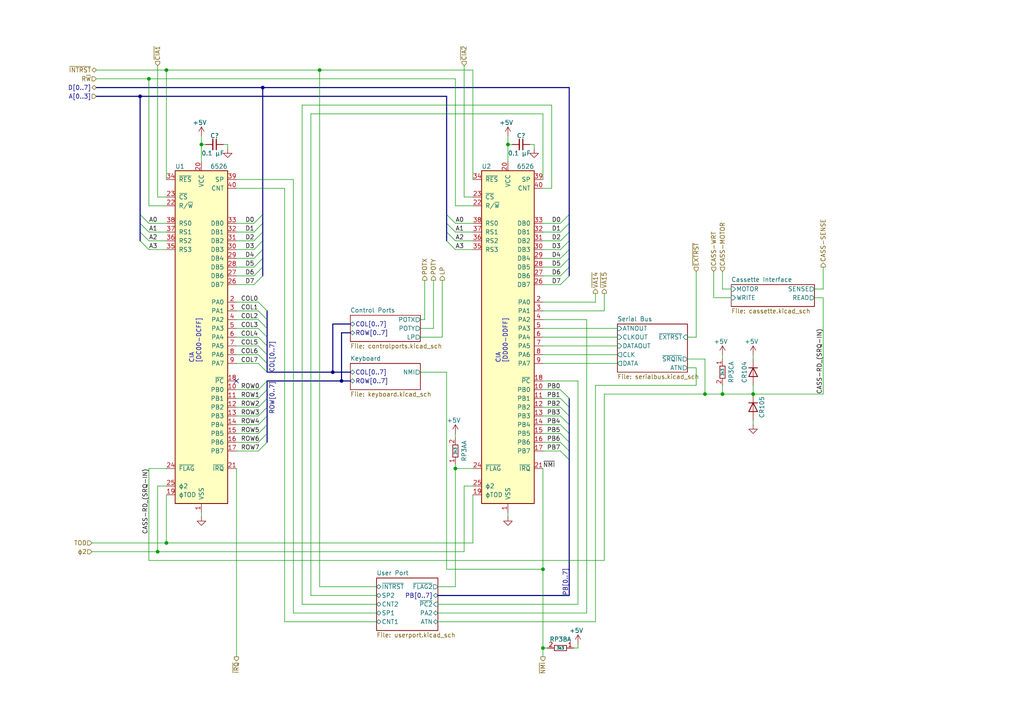
<source format=kicad_sch>
(kicad_sch (version 20231120) (generator "eeschema") (generator_version "8.0")
  (paper "A4")
  (title_block (title "Commodore 64 - I/O Section (schematic #251469)") (date "2019-08-11") (rev "0.2") (company "Commodore Business Machines, Inc.") (comment 1 "Based on C64/C64C Service Manual (1992-03) pp. 31-32 [PN-314001-03]") (comment 4 "KiCad schematic capture by Cumbayah! <cumbayah@subetha.dk>"))
  (lib_symbols
    (symbol "C64B-rescue:+5V-power" (power) (pin_names (offset 0))
      (property "Value" "power_+5V" (at 0 3.556 0))
      (symbol "+5V-power_0_1"
        (polyline (pts (xy -0.762 1.27) (xy 0 2.54)))
        (polyline (pts (xy 0 0) (xy 0 2.54)))
        (polyline (pts (xy 0 2.54) (xy 0.762 1.27)))
      )
      (symbol "+5V-power_1_1"
        (pin power_in line (at 0 0 90) (length 0) hide (name "+5V") (number "1"))
      )
    )
    (symbol "C64B-rescue:GND-power" (power) (pin_names (offset 0))
      (property "Value" "power_GND" (at 0 -3.81 0))
      (symbol "GND-power_0_1"
        (polyline (pts (xy 0 0) (xy 0 -1.27) (xy 1.27 -1.27) (xy 0 -2.54) (xy -1.27 -1.27) (xy 0 -1.27)))
      )
      (symbol "GND-power_1_1"
        (pin power_in line (at 0 0 270) (length 0) hide (name "GND") (number "1"))
      )
    )
    (symbol "Device:C_Small" (pin_numbers hide) (pin_names (offset 0.254) hide)
      (property "Reference" "C" (at 0.254 1.778 0))
      (property "Value" "C_Small" (at 0.254 -2.032 0))
      (symbol "C_Small_0_1"
        (polyline (pts (xy -1.524 -0.508) (xy 1.524 -0.508)) (stroke (width 0.3302)))
        (polyline (pts (xy -1.524 0.508) (xy 1.524 0.508)) (stroke (width 0.3048)))
      )
      (symbol "C_Small_1_1"
        (pin passive line (at 0 2.54 270) (length 2.032) (name "~") (number "1"))
        (pin passive line (at 0 -2.54 90) (length 2.032) (name "~") (number "2"))
      )
    )
    (symbol "Device:D" (pin_numbers hide) (pin_names (offset 1.016) hide)
      (property "Reference" "D" (at 0 2.54 0))
      (property "Value" "D" (at 0 -2.54 0))
      (symbol "D_0_1"
        (polyline (pts (xy -1.27 1.27) (xy -1.27 -1.27)) (stroke (width 0.254)))
        (polyline (pts (xy 1.27 0) (xy -1.27 0)))
        (polyline (pts (xy 1.27 1.27) (xy 1.27 -1.27) (xy -1.27 0) (xy 1.27 1.27)) (stroke (width 0.254)))
      )
      (symbol "D_1_1"
        (pin passive line (at -3.81 0 0) (length 2.54) (name "K") (number "1"))
        (pin passive line (at 3.81 0 180) (length 2.54) (name "A") (number "2"))
      )
    )
    (symbol "Interface_Expansion_MOSTechnology:6526" (pin_names (offset 1.016))
      (property "Reference" "U" (at -7.62 49.53 0))
      (property "Value" "6526" (at 7.62 49.53 0))
      (symbol "6526_0_1"
        (rectangle (start -7.62 48.26) (end 7.62 -48.26) (stroke (width 0.254)) (fill (type background)))
      )
      (symbol "6526_1_1"
        (pin power_in line (at 0 -50.8 90) (length 2.54) (name "VSS") (number "1"))
        (pin bidirectional line (at 10.16 -15.24 180) (length 2.54) (name "PB0") (number "10"))
        (pin bidirectional line (at 10.16 -17.78 180) (length 2.54) (name "PB1") (number "11"))
        (pin bidirectional line (at 10.16 -20.32 180) (length 2.54) (name "PB2") (number "12"))
        (pin bidirectional line (at 10.16 -22.86 180) (length 2.54) (name "PB3") (number "13"))
        (pin bidirectional line (at 10.16 -25.4 180) (length 2.54) (name "PB4") (number "14"))
        (pin bidirectional line (at 10.16 -27.94 180) (length 2.54) (name "PB5") (number "15"))
        (pin bidirectional line (at 10.16 -30.48 180) (length 2.54) (name "PB6") (number "16"))
        (pin bidirectional line (at 10.16 -33.02 180) (length 2.54) (name "PB7") (number "17"))
        (pin output line (at 10.16 -12.7 180) (length 2.54) (name "~{PC}") (number "18"))
        (pin input line (at -10.16 -45.72 0) (length 2.54) (name "ϕTOD") (number "19"))
        (pin bidirectional line (at 10.16 10.16 180) (length 2.54) (name "PA0") (number "2"))
        (pin power_in line (at 0 50.8 270) (length 2.54) (name "VCC") (number "20"))
        (pin open_collector line (at 10.16 -38.1 180) (length 2.54) (name "~{IRQ}") (number "21"))
        (pin input line (at -10.16 38.1 0) (length 2.54) (name "R/~{W}") (number "22"))
        (pin input line (at -10.16 40.64 0) (length 2.54) (name "~{CS}") (number "23"))
        (pin input line (at -10.16 -38.1 0) (length 2.54) (name "~{FLAG}") (number "24"))
        (pin input line (at -10.16 -43.18 0) (length 2.54) (name "ϕ2") (number "25"))
        (pin bidirectional line (at 10.16 15.24 180) (length 2.54) (name "DB7") (number "26"))
        (pin bidirectional line (at 10.16 17.78 180) (length 2.54) (name "DB6") (number "27"))
        (pin bidirectional line (at 10.16 20.32 180) (length 2.54) (name "DB5") (number "28"))
        (pin bidirectional line (at 10.16 22.86 180) (length 2.54) (name "DB4") (number "29"))
        (pin bidirectional line (at 10.16 7.62 180) (length 2.54) (name "PA1") (number "3"))
        (pin bidirectional line (at 10.16 25.4 180) (length 2.54) (name "DB3") (number "30"))
        (pin bidirectional line (at 10.16 27.94 180) (length 2.54) (name "DB2") (number "31"))
        (pin bidirectional line (at 10.16 30.48 180) (length 2.54) (name "DB1") (number "32"))
        (pin bidirectional line (at 10.16 33.02 180) (length 2.54) (name "DB0") (number "33"))
        (pin input line (at -10.16 45.72 0) (length 2.54) (name "~{RES}") (number "34"))
        (pin input line (at -10.16 25.4 0) (length 2.54) (name "RS3") (number "35"))
        (pin input line (at -10.16 27.94 0) (length 2.54) (name "RS2") (number "36"))
        (pin input line (at -10.16 30.48 0) (length 2.54) (name "RS1") (number "37"))
        (pin input line (at -10.16 33.02 0) (length 2.54) (name "RS0") (number "38"))
        (pin bidirectional line (at 10.16 45.72 180) (length 2.54) (name "SP") (number "39"))
        (pin bidirectional line (at 10.16 5.08 180) (length 2.54) (name "PA2") (number "4"))
        (pin bidirectional line (at 10.16 43.18 180) (length 2.54) (name "CNT") (number "40"))
        (pin bidirectional line (at 10.16 2.54 180) (length 2.54) (name "PA3") (number "5"))
        (pin bidirectional line (at 10.16 0 180) (length 2.54) (name "PA4") (number "6"))
        (pin bidirectional line (at 10.16 -2.54 180) (length 2.54) (name "PA5") (number "7"))
        (pin bidirectional line (at 10.16 -5.08 180) (length 2.54) (name "PA6") (number "8"))
        (pin bidirectional line (at 10.16 -7.62 180) (length 2.54) (name "PA7") (number "9"))
      )
    )
    (symbol "Resistor_Pack:R_Network07_Split" (pin_names (offset 1.016) hide)
      (property "Reference" "RN" (at 1.27 0.635 0))
      (property "Value" "R_Network07_Split" (at 1.27 -1.27 0))
      (symbol "R_Network07_Split_0_0"
        (pin passive line (at 0 3.81 270) (length 2.032) (name "common") (number "1"))
      )
      (symbol "R_Network07_Split_0_1"
        (rectangle (start -0.762 1.778) (end 0.762 -1.778) (stroke (width 0.2032)))
      )
      (symbol "R_Network07_Split_1_1"
        (pin passive line (at 0 -3.81 90) (length 2.032) (name "R1") (number "2"))
      )
      (symbol "R_Network07_Split_2_1"
        (rectangle (start -0.762 1.778) (end 0.762 -1.778) (stroke (width 0.2032)))
        (pin passive line (at 0 3.81 270) (length 2.032) (name "common") (number "1"))
        (pin passive line (at 0 -3.81 90) (length 2.032) (name "R2") (number "3"))
      )
      (symbol "R_Network07_Split_3_1"
        (rectangle (start -0.762 1.778) (end 0.762 -1.778) (stroke (width 0.2032)))
        (pin passive line (at 0 3.81 270) (length 2.032) (name "common") (number "1"))
        (pin passive line (at 0 -3.81 90) (length 2.032) (name "R3") (number "4"))
      )
      (symbol "R_Network07_Split_4_1"
        (rectangle (start -0.762 1.778) (end 0.762 -1.778) (stroke (width 0.2032)))
        (pin passive line (at 0 3.81 270) (length 2.032) (name "common") (number "1"))
        (pin passive line (at 0 -3.81 90) (length 2.032) (name "R4") (number "5"))
      )
      (symbol "R_Network07_Split_5_1"
        (rectangle (start -0.762 1.778) (end 0.762 -1.778) (stroke (width 0.2032)))
        (pin passive line (at 0 3.81 270) (length 2.032) (name "common") (number "1"))
        (pin passive line (at 0 -3.81 90) (length 2.032) (name "R5") (number "6"))
      )
      (symbol "R_Network07_Split_6_1"
        (rectangle (start -0.762 1.778) (end 0.762 -1.778) (stroke (width 0.2032)))
        (pin passive line (at 0 3.81 270) (length 2.032) (name "common") (number "1"))
        (pin passive line (at 0 -3.81 90) (length 2.032) (name "R6") (number "7"))
      )
      (symbol "R_Network07_Split_7_1"
        (rectangle (start -0.762 1.778) (end 0.762 -1.778) (stroke (width 0.2032)))
        (pin passive line (at 0 3.81 270) (length 2.032) (name "common") (number "1"))
        (pin passive line (at 0 -3.81 90) (length 2.032) (name "R7") (number "8"))
      )
    )
  )
  (junction (at 48.26 20.32))
  (junction (at 204.47 114.3))
  (junction (at 92.71 20.32))
  (junction (at 147.32 41.91))
  (junction (at 58.42 41.91))
  (junction (at 157.48 165.1))
  (junction (at 99.06 110.49))
  (junction (at 76.2 25.4))
  (junction (at 132.08 135.89))
  (junction (at 209.55 114.3))
  (junction (at 157.48 187.96))
  (junction (at 45.72 160.02))
  (junction (at 43.18 22.86))
  (junction (at 40.64 27.94))
  (junction (at 48.26 157.48))
  (junction (at 96.52 107.95))
  (junction (at 218.44 114.3))
  (no_connect (at 68.58 110.49))
  (bus_entry (at 162.56 77.47) (size 2.54 -2.54))
  (bus_entry (at 74.93 105.41) (size 2.54 2.54))
  (bus_entry (at 40.64 69.85) (size 2.54 2.54))
  (bus_entry (at 74.93 128.27) (size 2.54 -2.54))
  (bus_entry (at 74.93 87.63) (size 2.54 2.54))
  (bus_entry (at 73.66 74.93) (size 2.54 -2.54))
  (bus_entry (at 40.64 64.77) (size 2.54 2.54))
  (bus_entry (at 129.54 67.31) (size 2.54 2.54))
  (bus_entry (at 162.56 125.73) (size 2.54 2.54))
  (bus_entry (at 73.66 80.01) (size 2.54 -2.54))
  (bus_entry (at 74.93 95.25) (size 2.54 2.54))
  (bus_entry (at 162.56 69.85) (size 2.54 -2.54))
  (bus_entry (at 162.56 113.03) (size 2.54 2.54))
  (bus_entry (at 162.56 80.01) (size 2.54 -2.54))
  (bus_entry (at 73.66 82.55) (size 2.54 -2.54))
  (bus_entry (at 74.93 90.17) (size 2.54 2.54))
  (bus_entry (at 40.64 62.23) (size 2.54 2.54))
  (bus_entry (at 162.56 82.55) (size 2.54 -2.54))
  (bus_entry (at 129.54 69.85) (size 2.54 2.54))
  (bus_entry (at 162.56 130.81) (size 2.54 2.54))
  (bus_entry (at 129.54 64.77) (size 2.54 2.54))
  (bus_entry (at 74.93 100.33) (size 2.54 2.54))
  (bus_entry (at 40.64 67.31) (size 2.54 2.54))
  (bus_entry (at 73.66 69.85) (size 2.54 -2.54))
  (bus_entry (at 74.93 118.11) (size 2.54 -2.54))
  (bus_entry (at 74.93 115.57) (size 2.54 -2.54))
  (bus_entry (at 73.66 67.31) (size 2.54 -2.54))
  (bus_entry (at 162.56 118.11) (size 2.54 2.54))
  (bus_entry (at 74.93 120.65) (size 2.54 -2.54))
  (bus_entry (at 162.56 115.57) (size 2.54 2.54))
  (bus_entry (at 74.93 130.81) (size 2.54 -2.54))
  (bus_entry (at 162.56 123.19) (size 2.54 2.54))
  (bus_entry (at 73.66 77.47) (size 2.54 -2.54))
  (bus_entry (at 73.66 72.39) (size 2.54 -2.54))
  (bus_entry (at 162.56 72.39) (size 2.54 -2.54))
  (bus_entry (at 73.66 64.77) (size 2.54 -2.54))
  (bus_entry (at 74.93 92.71) (size 2.54 2.54))
  (bus_entry (at 74.93 97.79) (size 2.54 2.54))
  (bus_entry (at 162.56 120.65) (size 2.54 2.54))
  (bus_entry (at 74.93 113.03) (size 2.54 -2.54))
  (bus_entry (at 162.56 67.31) (size 2.54 -2.54))
  (bus_entry (at 74.93 102.87) (size 2.54 2.54))
  (bus_entry (at 162.56 128.27) (size 2.54 2.54))
  (bus_entry (at 129.54 62.23) (size 2.54 2.54))
  (bus_entry (at 74.93 123.19) (size 2.54 -2.54))
  (bus_entry (at 162.56 64.77) (size 2.54 -2.54))
  (bus_entry (at 162.56 74.93) (size 2.54 -2.54))
  (bus_entry (at 74.93 125.73) (size 2.54 -2.54))
  (wire (pts (xy 68.58 102.87) (xy 74.93 102.87)))
  (bus (pts (xy 101.6 93.98) (xy 96.52 93.98)))
  (wire (pts (xy 157.48 100.33) (xy 179.07 100.33)))
  (wire (pts (xy 121.92 97.79) (xy 128.27 97.79)))
  (wire (pts (xy 137.16 52.07) (xy 137.16 20.32)))
  (wire (pts (xy 58.42 148.59) (xy 58.42 149.86)))
  (bus (pts (xy 165.1 69.85) (xy 165.1 72.39)))
  (wire (pts (xy 157.48 125.73) (xy 162.56 125.73)))
  (wire (pts (xy 157.48 92.71) (xy 170.18 92.71)))
  (wire (pts (xy 68.58 120.65) (xy 74.93 120.65)))
  (wire (pts (xy 209.55 102.87) (xy 209.55 104.14)))
  (wire (pts (xy 238.76 83.82) (xy 238.76 77.47)))
  (wire (pts (xy 172.72 180.34) (xy 127 180.34)))
  (bus (pts (xy 165.1 25.4) (xy 76.2 25.4)))
  (wire (pts (xy 85.09 177.8) (xy 109.22 177.8)))
  (bus (pts (xy 76.2 74.93) (xy 76.2 77.47)))
  (wire (pts (xy 147.32 46.99) (xy 147.32 41.91)))
  (wire (pts (xy 58.42 41.91) (xy 59.69 41.91)))
  (bus (pts (xy 96.52 93.98) (xy 96.52 107.95)))
  (wire (pts (xy 68.58 52.07) (xy 85.09 52.07)))
  (wire (pts (xy 48.26 20.32) (xy 27.94 20.32)))
  (wire (pts (xy 147.32 41.91) (xy 147.32 39.37)))
  (wire (pts (xy 68.58 77.47) (xy 73.66 77.47)))
  (wire (pts (xy 137.16 67.31) (xy 132.08 67.31)))
  (wire (pts (xy 92.71 20.32) (xy 92.71 170.18)))
  (wire (pts (xy 209.55 83.82) (xy 209.55 78.74)))
  (wire (pts (xy 90.17 33.02) (xy 90.17 172.72)))
  (wire (pts (xy 68.58 67.31) (xy 73.66 67.31)))
  (bus (pts (xy 76.2 69.85) (xy 76.2 72.39)))
  (wire (pts (xy 157.48 77.47) (xy 162.56 77.47)))
  (wire (pts (xy 157.48 72.39) (xy 162.56 72.39)))
  (bus (pts (xy 77.47 123.19) (xy 77.47 125.73)))
  (wire (pts (xy 125.73 95.25) (xy 125.73 81.28)))
  (wire (pts (xy 43.18 162.56) (xy 175.26 162.56)))
  (wire (pts (xy 157.48 115.57) (xy 162.56 115.57)))
  (bus (pts (xy 77.47 125.73) (xy 77.47 128.27)))
  (wire (pts (xy 158.75 187.96) (xy 157.48 187.96)))
  (wire (pts (xy 68.58 100.33) (xy 74.93 100.33)))
  (wire (pts (xy 167.64 187.96) (xy 167.64 186.69)))
  (wire (pts (xy 129.54 165.1) (xy 157.48 165.1)))
  (wire (pts (xy 157.48 113.03) (xy 162.56 113.03)))
  (wire (pts (xy 48.26 20.32) (xy 92.71 20.32)))
  (wire (pts (xy 157.48 97.79) (xy 179.07 97.79)))
  (bus (pts (xy 77.47 95.25) (xy 77.47 97.79)))
  (wire (pts (xy 48.26 67.31) (xy 43.18 67.31)))
  (wire (pts (xy 157.48 54.61) (xy 160.02 54.61)))
  (wire (pts (xy 48.26 140.97) (xy 45.72 140.97)))
  (bus (pts (xy 40.64 64.77) (xy 40.64 67.31)))
  (bus (pts (xy 165.1 130.81) (xy 165.1 133.35)))
  (wire (pts (xy 132.08 135.89) (xy 132.08 170.18)))
  (wire (pts (xy 66.04 41.91) (xy 66.04 43.18)))
  (wire (pts (xy 68.58 128.27) (xy 74.93 128.27)))
  (wire (pts (xy 132.08 135.89) (xy 132.08 134.62)))
  (wire (pts (xy 153.67 41.91) (xy 154.94 41.91)))
  (wire (pts (xy 85.09 52.07) (xy 85.09 177.8)))
  (bus (pts (xy 165.1 123.19) (xy 165.1 125.73)))
  (wire (pts (xy 137.16 140.97) (xy 134.62 140.97)))
  (wire (pts (xy 175.26 90.17) (xy 175.26 85.09)))
  (wire (pts (xy 157.48 102.87) (xy 179.07 102.87)))
  (wire (pts (xy 160.02 54.61) (xy 160.02 30.48)))
  (bus (pts (xy 77.47 92.71) (xy 77.47 95.25)))
  (wire (pts (xy 209.55 114.3) (xy 209.55 111.76)))
  (wire (pts (xy 68.58 118.11) (xy 74.93 118.11)))
  (wire (pts (xy 157.48 123.19) (xy 162.56 123.19)))
  (wire (pts (xy 201.93 106.68) (xy 199.39 106.68)))
  (wire (pts (xy 48.26 135.89) (xy 43.18 135.89)))
  (wire (pts (xy 48.26 64.77) (xy 43.18 64.77)))
  (wire (pts (xy 132.08 170.18) (xy 127 170.18)))
  (wire (pts (xy 68.58 123.19) (xy 74.93 123.19)))
  (bus (pts (xy 40.64 27.94) (xy 40.64 62.23)))
  (wire (pts (xy 48.26 69.85) (xy 43.18 69.85)))
  (bus (pts (xy 165.1 72.39) (xy 165.1 74.93)))
  (wire (pts (xy 68.58 130.81) (xy 74.93 130.81)))
  (bus (pts (xy 129.54 62.23) (xy 129.54 64.77)))
  (wire (pts (xy 45.72 57.15) (xy 45.72 19.05)))
  (wire (pts (xy 45.72 160.02) (xy 134.62 160.02)))
  (wire (pts (xy 238.76 86.36) (xy 236.22 86.36)))
  (bus (pts (xy 77.47 102.87) (xy 77.47 105.41)))
  (wire (pts (xy 132.08 125.73) (xy 132.08 127)))
  (wire (pts (xy 204.47 114.3) (xy 209.55 114.3)))
  (wire (pts (xy 157.48 69.85) (xy 162.56 69.85)))
  (bus (pts (xy 165.1 25.4) (xy 165.1 62.23)))
  (bus (pts (xy 76.2 77.47) (xy 76.2 80.01)))
  (bus (pts (xy 99.06 110.49) (xy 101.6 110.49)))
  (wire (pts (xy 157.48 82.55) (xy 162.56 82.55)))
  (wire (pts (xy 134.62 57.15) (xy 134.62 19.05)))
  (wire (pts (xy 137.16 143.51) (xy 137.16 157.48)))
  (wire (pts (xy 218.44 123.19) (xy 218.44 121.92)))
  (wire (pts (xy 157.48 187.96) (xy 157.48 190.5)))
  (wire (pts (xy 172.72 111.76) (xy 172.72 180.34)))
  (wire (pts (xy 92.71 170.18) (xy 109.22 170.18)))
  (wire (pts (xy 137.16 57.15) (xy 134.62 57.15)))
  (wire (pts (xy 58.42 46.99) (xy 58.42 41.91)))
  (bus (pts (xy 96.52 107.95) (xy 101.6 107.95)))
  (wire (pts (xy 212.09 83.82) (xy 209.55 83.82)))
  (wire (pts (xy 238.76 114.3) (xy 238.76 86.36)))
  (bus (pts (xy 165.1 118.11) (xy 165.1 120.65)))
  (wire (pts (xy 68.58 125.73) (xy 74.93 125.73)))
  (wire (pts (xy 109.22 175.26) (xy 87.63 175.26)))
  (wire (pts (xy 137.16 69.85) (xy 132.08 69.85)))
  (wire (pts (xy 167.64 110.49) (xy 167.64 175.26)))
  (bus (pts (xy 165.1 74.93) (xy 165.1 77.47)))
  (bus (pts (xy 77.47 90.17) (xy 77.47 92.71)))
  (wire (pts (xy 172.72 87.63) (xy 172.72 85.09)))
  (wire (pts (xy 68.58 72.39) (xy 73.66 72.39)))
  (wire (pts (xy 82.55 180.34) (xy 109.22 180.34)))
  (wire (pts (xy 121.92 107.95) (xy 129.54 107.95)))
  (bus (pts (xy 165.1 120.65) (xy 165.1 123.19)))
  (wire (pts (xy 204.47 104.14) (xy 204.47 114.3)))
  (wire (pts (xy 82.55 54.61) (xy 82.55 180.34)))
  (bus (pts (xy 129.54 64.77) (xy 129.54 67.31)))
  (wire (pts (xy 87.63 30.48) (xy 87.63 175.26)))
  (bus (pts (xy 77.47 105.41) (xy 77.47 107.95)))
  (bus (pts (xy 99.06 96.52) (xy 99.06 110.49)))
  (wire (pts (xy 170.18 92.71) (xy 170.18 177.8)))
  (bus (pts (xy 165.1 115.57) (xy 165.1 118.11)))
  (wire (pts (xy 68.58 74.93) (xy 73.66 74.93)))
  (bus (pts (xy 77.47 110.49) (xy 77.47 113.03)))
  (bus (pts (xy 76.2 25.4) (xy 76.2 62.23)))
  (wire (pts (xy 134.62 140.97) (xy 134.62 160.02)))
  (wire (pts (xy 58.42 41.91) (xy 58.42 39.37)))
  (wire (pts (xy 68.58 69.85) (xy 73.66 69.85)))
  (bus (pts (xy 76.2 64.77) (xy 76.2 67.31)))
  (wire (pts (xy 27.94 22.86) (xy 43.18 22.86)))
  (bus (pts (xy 77.47 115.57) (xy 77.47 118.11)))
  (wire (pts (xy 68.58 82.55) (xy 73.66 82.55)))
  (wire (pts (xy 68.58 113.03) (xy 74.93 113.03)))
  (wire (pts (xy 157.48 110.49) (xy 167.64 110.49)))
  (wire (pts (xy 218.44 114.3) (xy 218.44 111.76)))
  (wire (pts (xy 137.16 59.69) (xy 132.08 59.69)))
  (wire (pts (xy 43.18 22.86) (xy 132.08 22.86)))
  (wire (pts (xy 157.48 135.89) (xy 157.48 165.1)))
  (bus (pts (xy 165.1 133.35) (xy 165.1 172.72)))
  (bus (pts (xy 165.1 64.77) (xy 165.1 67.31)))
  (wire (pts (xy 48.26 157.48) (xy 26.67 157.48)))
  (bus (pts (xy 165.1 128.27) (xy 165.1 130.81)))
  (bus (pts (xy 76.2 25.4) (xy 27.94 25.4)))
  (wire (pts (xy 90.17 172.72) (xy 109.22 172.72)))
  (wire (pts (xy 68.58 80.01) (xy 73.66 80.01)))
  (bus (pts (xy 77.47 97.79) (xy 77.47 100.33)))
  (wire (pts (xy 175.26 162.56) (xy 175.26 114.3)))
  (wire (pts (xy 207.01 86.36) (xy 207.01 78.74)))
  (wire (pts (xy 43.18 135.89) (xy 43.18 162.56)))
  (wire (pts (xy 157.48 118.11) (xy 162.56 118.11)))
  (bus (pts (xy 40.64 27.94) (xy 129.54 27.94)))
  (wire (pts (xy 137.16 64.77) (xy 132.08 64.77)))
  (wire (pts (xy 172.72 111.76) (xy 201.93 111.76)))
  (wire (pts (xy 92.71 20.32) (xy 137.16 20.32)))
  (wire (pts (xy 68.58 64.77) (xy 73.66 64.77)))
  (wire (pts (xy 123.19 92.71) (xy 123.19 81.28)))
  (bus (pts (xy 165.1 62.23) (xy 165.1 64.77)))
  (bus (pts (xy 165.1 172.72) (xy 127 172.72)))
  (bus (pts (xy 129.54 67.31) (xy 129.54 69.85)))
  (bus (pts (xy 77.47 118.11) (xy 77.47 120.65)))
  (wire (pts (xy 157.48 87.63) (xy 172.72 87.63)))
  (wire (pts (xy 236.22 83.82) (xy 238.76 83.82)))
  (wire (pts (xy 170.18 177.8) (xy 127 177.8)))
  (wire (pts (xy 157.48 33.02) (xy 90.17 33.02)))
  (wire (pts (xy 157.48 128.27) (xy 162.56 128.27)))
  (wire (pts (xy 157.48 64.77) (xy 162.56 64.77)))
  (wire (pts (xy 157.48 120.65) (xy 162.56 120.65)))
  (bus (pts (xy 165.1 77.47) (xy 165.1 80.01)))
  (wire (pts (xy 157.48 67.31) (xy 162.56 67.31)))
  (bus (pts (xy 40.64 62.23) (xy 40.64 64.77)))
  (wire (pts (xy 137.16 72.39) (xy 132.08 72.39)))
  (bus (pts (xy 76.2 67.31) (xy 76.2 69.85)))
  (wire (pts (xy 199.39 97.79) (xy 201.93 97.79)))
  (wire (pts (xy 48.26 72.39) (xy 43.18 72.39)))
  (wire (pts (xy 147.32 148.59) (xy 147.32 149.86)))
  (wire (pts (xy 68.58 105.41) (xy 74.93 105.41)))
  (bus (pts (xy 40.64 27.94) (xy 27.94 27.94)))
  (bus (pts (xy 40.64 67.31) (xy 40.64 69.85)))
  (bus (pts (xy 165.1 67.31) (xy 165.1 69.85)))
  (wire (pts (xy 48.26 52.07) (xy 48.26 20.32)))
  (wire (pts (xy 68.58 115.57) (xy 74.93 115.57)))
  (wire (pts (xy 121.92 95.25) (xy 125.73 95.25)))
  (wire (pts (xy 157.48 95.25) (xy 179.07 95.25)))
  (bus (pts (xy 77.47 107.95) (xy 96.52 107.95)))
  (wire (pts (xy 68.58 135.89) (xy 68.58 190.5)))
  (wire (pts (xy 147.32 41.91) (xy 148.59 41.91)))
  (wire (pts (xy 157.48 165.1) (xy 157.48 187.96)))
  (wire (pts (xy 157.48 130.81) (xy 162.56 130.81)))
  (wire (pts (xy 167.64 175.26) (xy 127 175.26)))
  (wire (pts (xy 68.58 97.79) (xy 74.93 97.79)))
  (bus (pts (xy 77.47 110.49) (xy 99.06 110.49)))
  (wire (pts (xy 157.48 90.17) (xy 175.26 90.17)))
  (wire (pts (xy 137.16 135.89) (xy 132.08 135.89)))
  (wire (pts (xy 166.37 187.96) (xy 167.64 187.96)))
  (wire (pts (xy 121.92 92.71) (xy 123.19 92.71)))
  (wire (pts (xy 154.94 41.91) (xy 154.94 43.18)))
  (wire (pts (xy 201.93 97.79) (xy 201.93 78.74)))
  (wire (pts (xy 68.58 95.25) (xy 74.93 95.25)))
  (wire (pts (xy 68.58 92.71) (xy 74.93 92.71)))
  (bus (pts (xy 76.2 62.23) (xy 76.2 64.77)))
  (wire (pts (xy 43.18 59.69) (xy 43.18 22.86)))
  (wire (pts (xy 128.27 97.79) (xy 128.27 81.28)))
  (wire (pts (xy 157.48 74.93) (xy 162.56 74.93)))
  (wire (pts (xy 157.48 80.01) (xy 162.56 80.01)))
  (wire (pts (xy 209.55 114.3) (xy 218.44 114.3)))
  (wire (pts (xy 201.93 111.76) (xy 201.93 106.68)))
  (wire (pts (xy 129.54 107.95) (xy 129.54 165.1)))
  (wire (pts (xy 64.77 41.91) (xy 66.04 41.91)))
  (bus (pts (xy 77.47 120.65) (xy 77.47 123.19)))
  (wire (pts (xy 218.44 114.3) (xy 238.76 114.3)))
  (wire (pts (xy 26.67 160.02) (xy 45.72 160.02)))
  (wire (pts (xy 212.09 86.36) (xy 207.01 86.36)))
  (wire (pts (xy 157.48 52.07) (xy 157.48 33.02)))
  (bus (pts (xy 129.54 27.94) (xy 129.54 62.23)))
  (bus (pts (xy 101.6 96.52) (xy 99.06 96.52)))
  (bus (pts (xy 76.2 72.39) (xy 76.2 74.93)))
  (wire (pts (xy 132.08 59.69) (xy 132.08 22.86)))
  (bus (pts (xy 77.47 113.03) (xy 77.47 115.57)))
  (wire (pts (xy 68.58 90.17) (xy 74.93 90.17)))
  (wire (pts (xy 175.26 114.3) (xy 204.47 114.3)))
  (wire (pts (xy 68.58 87.63) (xy 74.93 87.63)))
  (bus (pts (xy 77.47 100.33) (xy 77.47 102.87)))
  (wire (pts (xy 48.26 57.15) (xy 45.72 57.15)))
  (wire (pts (xy 160.02 30.48) (xy 87.63 30.48)))
  (bus (pts (xy 165.1 125.73) (xy 165.1 128.27)))
  (wire (pts (xy 48.26 143.51) (xy 48.26 157.48)))
  (wire (pts (xy 157.48 105.41) (xy 179.07 105.41)))
  (wire (pts (xy 48.26 59.69) (xy 43.18 59.69)))
  (wire (pts (xy 48.26 157.48) (xy 137.16 157.48)))
  (wire (pts (xy 68.58 54.61) (xy 82.55 54.61)))
  (wire (pts (xy 45.72 140.97) (xy 45.72 160.02)))
  (wire (pts (xy 199.39 104.14) (xy 204.47 104.14)))
  (wire (pts (xy 218.44 102.87) (xy 218.44 104.14)))
  (text "CIA\n[DC00-DCFF]" (at 58.42 105.41 90) (effects (font (size 1.27 1.27)) (justify left bottom)))
  (text "CIA\n[DD00-DDFF]" (at 147.32 105.41 90) (effects (font (size 1.27 1.27)) (justify left bottom)))
  (label "ROW[0..7]" (at 80.01 110.49 270))
  (label "D2" (at 71.12 69.85 0))
  (label "A1" (at 132.08 67.31 0))
  (label "ROW2" (at 69.85 118.11 0))
  (label "PB3" (at 162.56 120.65 180))
  (label "COL4" (at 69.85 97.79 0))
  (label "COL6" (at 69.85 102.87 0))
  (label "ROW7" (at 69.85 130.81 0))
  (label "D0" (at 160.02 64.77 0))
  (label "ROW3" (at 69.85 120.65 0))
  (label "COL3" (at 69.85 95.25 0))
  (label "D6" (at 160.02 80.01 0))
  (label "D7" (at 71.12 82.55 0))
  (label "ROW5" (at 69.85 125.73 0))
  (label "~{NMI}" (at 157.48 135.89 0))
  (label "D1" (at 160.02 67.31 0))
  (label "D5" (at 71.12 77.47 0))
  (label "D3" (at 71.12 72.39 0))
  (label "A2" (at 132.08 69.85 0))
  (label "ROW4" (at 69.85 123.19 0))
  (label "COL1" (at 69.85 90.17 0))
  (label "D1" (at 71.12 67.31 0))
  (label "A0" (at 43.18 64.77 0))
  (label "PB4" (at 162.56 123.19 180))
  (label "PB6" (at 162.56 128.27 180))
  (label "ROW6" (at 69.85 128.27 0))
  (label "PB1" (at 162.56 115.57 180))
  (label "A2" (at 43.18 69.85 0))
  (label "PB2" (at 162.56 118.11 180))
  (label "D6" (at 71.12 80.01 0))
  (label "PB5" (at 162.56 125.73 180))
  (label "PB7" (at 162.56 130.81 180))
  (label "COL7" (at 69.85 105.41 0))
  (label "ROW0" (at 69.85 113.03 0))
  (label "D4" (at 71.12 74.93 0))
  (label "D5" (at 160.02 77.47 0))
  (label "D3" (at 160.02 72.39 0))
  (label "PB0" (at 162.56 113.03 180))
  (label "COL[0..7]" (at 80.01 107.95 90))
  (label "A3" (at 43.18 72.39 0))
  (label "CASS-RD_(SRQ-IN)" (at 238.76 114.3 90))
  (label "A3" (at 132.08 72.39 0))
  (label "D7" (at 160.02 82.55 0))
  (label "PB[0..7]" (at 165.1 172.72 90))
  (label "CASS-RD_(SRQ-IN)" (at 43.18 154.94 90))
  (label "D2" (at 160.02 69.85 0))
  (label "COL2" (at 69.85 92.71 0))
  (label "COL5" (at 69.85 100.33 0))
  (label "A1" (at 43.18 67.31 0))
  (label "A0" (at 132.08 64.77 0))
  (label "COL0" (at 69.85 87.63 0))
  (label "ROW1" (at 69.85 115.57 0))
  (label "D0" (at 71.12 64.77 0))
  (label "D4" (at 160.02 74.93 0))
  (hierarchical_label "LP" (shape output) (at 128.27 81.28 90))
  (hierarchical_label "~{CIA1}" (shape input) (at 45.72 19.05 90))
  (hierarchical_label "~{CIA2}" (shape input) (at 134.62 19.05 90))
  (hierarchical_label "POTY" (shape output) (at 125.73 81.28 90))
  (hierarchical_label "~{IRQ}" (shape output) (at 68.58 190.5 270))
  (hierarchical_label "~{VA15}" (shape output) (at 175.26 85.09 90))
  (hierarchical_label "~{VA14}" (shape output) (at 172.72 85.09 90))
  (hierarchical_label "~{EXTRST}" (shape input) (at 201.93 78.74 90))
  (hierarchical_label "CASS-MOTOR" (shape input) (at 209.55 78.74 90))
  (hierarchical_label "CASS-SENSE" (shape output) (at 238.76 77.47 90))
  (hierarchical_label "CASS-WRT" (shape input) (at 207.01 78.74 90))
  (hierarchical_label "~{INTRST}" (shape bidirectional) (at 27.94 20.32 180))
  (hierarchical_label "TOD" (shape input) (at 26.67 157.48 180))
  (hierarchical_label "POTX" (shape output) (at 123.19 81.28 90))
  (hierarchical_label "~{NMI}" (shape output) (at 157.48 190.5 270))
  (hierarchical_label "D[0..7]" (shape bidirectional) (at 27.94 25.4 180))
  (hierarchical_label "A[0..3]" (shape input) (at 27.94 27.94 180))
  (hierarchical_label "R~{W}" (shape input) (at 27.94 22.86 180))
  (hierarchical_label "ϕ2" (shape input) (at 26.67 160.02 180))
  (symbol (lib_name "Resistor_Pack:R_Network07_Split") (lib_id "Resistor_Pack:R_Network07_Split") (at 132.08 130.81 180) (unit 1)
    (property "Reference" "RP3A" (at 134.62 130.81 90))
    (property "Value" "3k3" (at 132.08 130.81 90) (effects (font (size 0.762 0.762))))
    (property "Datasheet" "http://www.vishay.com/docs/31509/csc.pdf" (effects (hide yes)))
    (property "Note" "8 Pin (Bourns No.4308R-101-332)" (effects (hide yes)))
  )
  (symbol (lib_name "Resistor_Pack:R_Network07_Split") (lib_id "Resistor_Pack:R_Network07_Split") (at 209.55 107.95 0) (mirror y) (unit 1)
    (property "Reference" "RP3C" (at 212.09 107.95 90))
    (property "Value" "3k3" (at 209.55 107.95 90) (effects (font (size 0.762 0.762))))
    (property "Datasheet" "http://www.vishay.com/docs/31509/csc.pdf" (effects (hide yes)))
    (property "Note" "8 Pin (Bourns No.4308R-101-332)" (effects (hide yes)))
  )
  (symbol (lib_name "Resistor_Pack:R_Network07_Split") (lib_id "Resistor_Pack:R_Network07_Split") (at 162.56 187.96 270) (unit 1)
    (property "Reference" "RP3B" (at 162.56 185.42 90))
    (property "Value" "3k3" (at 162.56 187.96 90) (effects (font (size 0.762 0.762))))
    (property "Datasheet" "http://www.vishay.com/docs/31509/csc.pdf" (effects (hide yes)))
    (property "Note" "8 Pin (Bourns No.4308R-101-332)" (effects (hide yes)))
  )
  (symbol (lib_id "C64B-rescue:+5V-power") (at 218.44 102.87 0) (unit 1)
    (property "Reference" "#PWR?" (effects (hide yes)))
    (property "Value" "+5V" (at 215.9 99.06 0) (effects (justify left)))
    (instances (project "" (path "" (reference "#PWR?") (unit 1)) (path "" (reference "#PWR0202") (unit 1))))
  )
  (symbol (lib_id "C64B-rescue:GND-power") (at 58.42 149.86 0) (unit 1)
    (property "Reference" "#PWR0158" (effects (hide yes)))
    (property "Value" "GND" (effects (hide yes)))
  )
  (symbol (lib_id "Device:D") (at 218.44 107.95 270) (unit 1)
    (property "Reference" "CR104" (at 215.9 107.95 0))
    (property "Value" "1N4148" (effects (hide yes)))
    (property "Substitute" "1N914" (effects (hide yes)))
  )
  (symbol (lib_id "Device:D") (at 218.44 118.11 270) (unit 1)
    (property "Reference" "CR105" (at 220.98 118.11 0))
    (property "Value" "1N4148" (effects (hide yes)))
    (property "Substitute" "1N914" (effects (hide yes)))
  )
  (symbol (lib_id "Interface_Expansion_MOSTechnology:6526") (at 58.42 97.79 0) (unit 1)
    (property "Reference" "U1" (at 50.8 48.26 0) (effects (justify left)))
    (property "Value" "6526" (at 66.04 48.26 0) (effects (justify right)))
    (property "Datasheet" "https://archive.org/download/mos_6526_cia_recreated/mos_6526_cia_recreated.pdf" (effects (hide yes)))
  )
  (symbol (lib_id "Interface_Expansion_MOSTechnology:6526") (at 147.32 97.79 0) (unit 1)
    (property "Reference" "U2" (at 139.7 48.26 0) (effects (justify left)))
    (property "Value" "6526" (at 154.94 48.26 0) (effects (justify right)))
    (property "Datasheet" "https://archive.org/download/mos_6526_cia_recreated/mos_6526_cia_recreated.pdf" (effects (hide yes)))
  )
  (symbol (lib_id "C64B-rescue:GND-power") (at 147.32 149.86 0) (unit 1)
    (property "Reference" "#PWR0157" (effects (hide yes)))
    (property "Value" "GND" (effects (hide yes)))
  )
  (symbol (lib_id "C64B-rescue:+5V-power") (at 58.42 39.37 0) (unit 1)
    (property "Reference" "#PWR?" (effects (hide yes)))
    (property "Value" "+5V" (at 55.88 35.56 0) (effects (justify left)))
    (instances (project "" (path "" (reference "#PWR?") (unit 1)) (path "" (reference "#PWR0159") (unit 1))))
  )
  (symbol (lib_id "C64B-rescue:GND-power") (at 66.04 43.18 0) (unit 1)
    (property "Reference" "#PWR?" (effects (hide yes)))
    (property "Value" "GND" (effects (hide yes)))
    (instances (project "" (path "" (reference "#PWR?") (unit 1)) (path "" (reference "#PWR0160") (unit 1))))
  )
  (symbol (lib_id "Device:C_Small") (at 62.23 41.91 270) (unit 1)
    (property "Reference" "C?" (at 60.96 39.37 90) (effects (justify left)))
    (property "Value" "0.1 μF" (at 58.42 44.45 90) (effects (justify left)))
    (property "Type" "Ceramic" (effects (hide yes)))
    (property "Voltage Rating" "25V" (effects (hide yes)))
    (instances (project "" (path "" (reference "C?") (unit 1)) (path "" (reference "C2") (unit 1))))
  )
  (symbol (lib_id "C64B-rescue:+5V-power") (at 147.32 39.37 0) (unit 1)
    (property "Reference" "#PWR?" (effects (hide yes)))
    (property "Value" "+5V" (at 144.78 35.56 0) (effects (justify left)))
    (instances (project "" (path "" (reference "#PWR?") (unit 1)) (path "" (reference "#PWR0161") (unit 1))))
  )
  (symbol (lib_id "C64B-rescue:GND-power") (at 154.94 43.18 0) (unit 1)
    (property "Reference" "#PWR?" (effects (hide yes)))
    (property "Value" "GND" (effects (hide yes)))
    (instances (project "" (path "" (reference "#PWR?") (unit 1)) (path "" (reference "#PWR0162") (unit 1))))
  )
  (symbol (lib_id "Device:C_Small") (at 151.13 41.91 270) (unit 1)
    (property "Reference" "C?" (at 149.86 39.37 90) (effects (justify left)))
    (property "Value" "0.1 μF" (at 147.32 44.45 90) (effects (justify left)))
    (property "Type" "Ceramic" (effects (hide yes)))
    (property "Voltage Rating" "25V" (effects (hide yes)))
    (instances (project "" (path "" (reference "C?") (unit 1)) (path "" (reference "C3") (unit 1))))
  )
  (symbol (lib_id "C64B-rescue:+5V-power") (at 132.08 125.73 0) (unit 1)
    (property "Reference" "#PWR?" (effects (hide yes)))
    (property "Value" "+5V" (at 129.54 121.92 0) (effects (justify left)))
    (instances (project "" (path "" (reference "#PWR?") (unit 1)) (path "" (reference "#PWR0208") (unit 1)) (path "" (reference "#PWR?") (unit 1))))
  )
  (symbol (lib_id "C64B-rescue:+5V-power") (at 167.64 186.69 0) (unit 1)
    (property "Reference" "#PWR?" (effects (hide yes)))
    (property "Value" "+5V" (at 165.1 182.88 0) (effects (justify left)))
    (instances (project "" (path "" (reference "#PWR?") (unit 1)) (path "" (reference "#PWR0205") (unit 1)) (path "" (reference "#PWR?") (unit 1))))
  )
  (symbol (lib_id "C64B-rescue:+5V-power") (at 209.55 102.87 0) (unit 1)
    (property "Reference" "#PWR?" (effects (hide yes)))
    (property "Value" "+5V" (at 207.01 99.06 0) (effects (justify left)))
    (instances (project "" (path "" (reference "#PWR?") (unit 1)) (path "" (reference "#PWR0206") (unit 1)) (path "" (reference "#PWR?") (unit 1))))
  )
  (symbol (lib_id "C64B-rescue:GND-power") (at 218.44 123.19 0) (unit 1)
    (property "Reference" "#PWR0207" (effects (hide yes)))
    (property "Value" "GND" (effects (hide yes)))
  )
  (sheet (at 109.22 167.64) (size 17.78 15.24)
    (property "Sheetname" "User Port" (at 109.22 166.9284 0) (effects (justify left bottom)))
    (property "Sheetfile" "userport.kicad_sch" (at 109.22 183.4646 0) (effects (justify left top)))
    (pin "~{INTRST}" bidirectional (at 109.22 170.18 180))
    (pin "CNT1" bidirectional (at 109.22 180.34 180))
    (pin "SP1" bidirectional (at 109.22 177.8 180))
    (pin "CNT2" bidirectional (at 109.22 175.26 180))
    (pin "SP2" bidirectional (at 109.22 172.72 180))
    (pin "~{PC2}" input (at 127 175.26 0))
    (pin "~{FLAG2}" output (at 127 170.18 0))
    (pin "PB[0..7]" bidirectional (at 127 172.72 0))
    (pin "ATN" bidirectional (at 127 180.34 0))
    (pin "PA2" bidirectional (at 127 177.8 0))
  )
  (sheet (at 101.6 91.44) (size 20.32 7.62)
    (property "Sheetname" "Control Ports" (at 101.6 90.7284 0) (effects (justify left bottom)))
    (property "Sheetfile" "controlports.kicad_sch" (at 101.6 99.6446 0) (effects (justify left top)))
    (pin "ROW[0..7]" bidirectional (at 101.6 96.52 180))
    (pin "COL[0..7]" bidirectional (at 101.6 93.98 180))
    (pin "POTX" output (at 121.92 92.71 0))
    (pin "POTY" output (at 121.92 95.25 0))
    (pin "LP" output (at 121.92 97.79 0))
  )
  (sheet (at 212.09 82.55) (size 24.13 6.35)
    (property "Sheetname" "Cassette Interface" (at 212.09 81.8384 0) (effects (justify left bottom)))
    (property "Sheetfile" "cassette.kicad_sch" (at 212.09 89.4846 0) (effects (justify left top)))
    (pin "MOTOR" input (at 212.09 83.82 180))
    (pin "WRITE" input (at 212.09 86.36 180))
    (pin "READ" output (at 236.22 86.36 0))
    (pin "SENSE" output (at 236.22 83.82 0))
  )
  (sheet (at 101.6 105.41) (size 20.32 7.62)
    (property "Sheetname" "Keyboard" (at 101.6 104.6984 0) (effects (justify left bottom)))
    (property "Sheetfile" "keyboard.kicad_sch" (at 101.6 113.6146 0) (effects (justify left top)))
    (pin "ROW[0..7]" bidirectional (at 101.6 110.49 180))
    (pin "COL[0..7]" bidirectional (at 101.6 107.95 180))
    (pin "NMI" output (at 121.92 107.95 0))
  )
  (sheet (at 179.07 93.98) (size 20.32 13.97)
    (property "Sheetname" "Serial Bus" (at 179.07 93.2684 0) (effects (justify left bottom)))
    (property "Sheetfile" "serialbus.kicad_sch" (at 179.07 108.5346 0) (effects (justify left top)))
    (pin "ATNOUT" input (at 179.07 95.25 180))
    (pin "CLKOUT" input (at 179.07 97.79 180))
    (pin "DATAOUT" input (at 179.07 100.33 180))
    (pin "CLK" output (at 179.07 102.87 180))
    (pin "DATA" output (at 179.07 105.41 180))
    (pin "ATN" output (at 199.39 106.68 0))
    (pin "~{SRQIN}" output (at 199.39 104.14 0))
    (pin "~{EXTRST}" input (at 199.39 97.79 0))
  )
)
</source>
